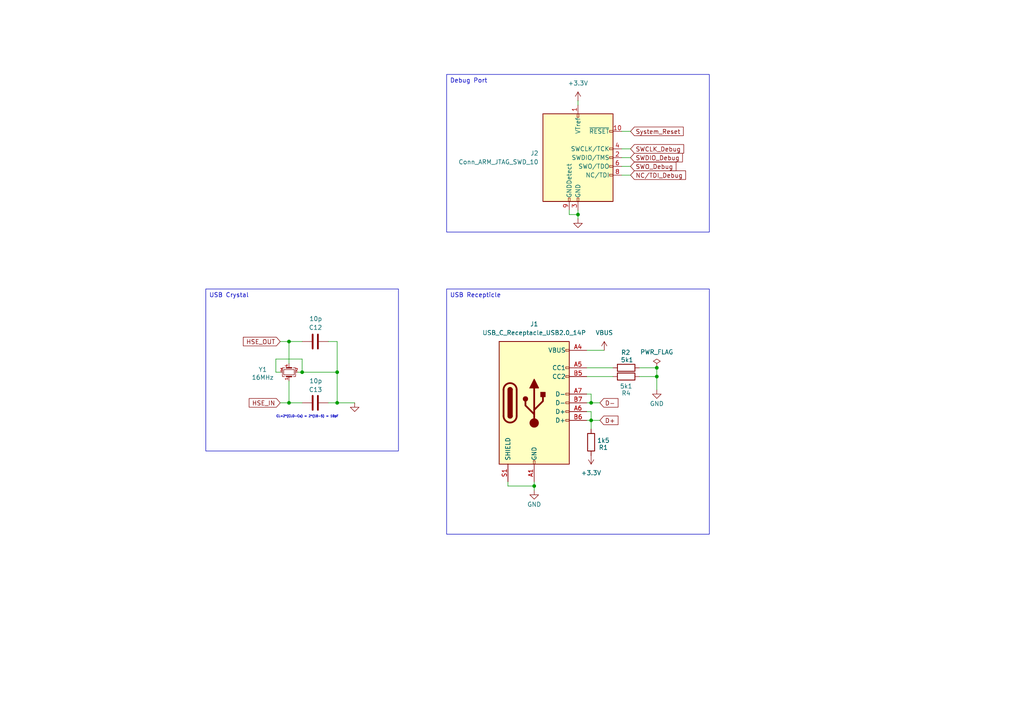
<source format=kicad_sch>
(kicad_sch (version 20231120) (generator "eeschema") (generator_version "8.0")
  (paper "A4")
  (lib_symbols
    (symbol "Connector:Conn_ARM_JTAG_SWD_10" (pin_names (offset 1.016))
      (property "Reference" "J" (at -2.54 16.51 0))
      (property "Value" "Conn_ARM_JTAG_SWD_10" (at -2.54 13.97 0))
      (symbol "Conn_ARM_JTAG_SWD_10_0_1"
        (rectangle (start -10.16 12.7) (end 10.16 -12.7) (stroke (width 0.254)) (fill (type background)))
        (rectangle (start -2.794 -12.7) (end -2.286 -11.684))
        (rectangle (start -0.254 -12.7) (end 0.254 -11.684))
        (rectangle (start -0.254 12.7) (end 0.254 11.684))
        (rectangle (start 9.144 2.286) (end 10.16 2.794))
        (rectangle (start 10.16 -2.794) (end 9.144 -2.286))
        (rectangle (start 10.16 -0.254) (end 9.144 0.254))
        (rectangle (start 10.16 7.874) (end 9.144 7.366))
      )
      (symbol "Conn_ARM_JTAG_SWD_10_1_1"
        (rectangle (start 9.144 -5.334) (end 10.16 -4.826))
        (pin power_in line (at 0 15.24 270) (length 2.54) (name "VTref") (number "1"))
        (pin open_collector line (at 12.7 7.62 180) (length 2.54) (name "~{RESET}") (number "10"))
        (pin bidirectional line (at 12.7 0 180) (length 2.54) (name "SWDIO/TMS") (number "2"))
        (pin power_in line (at 0 -15.24 90) (length 2.54) (name "GND") (number "3"))
        (pin output line (at 12.7 2.54 180) (length 2.54) (name "SWCLK/TCK") (number "4"))
        (pin passive line (at 0 -15.24 90) (length 2.54) hide (name "GND") (number "5"))
        (pin input line (at 12.7 -2.54 180) (length 2.54) (name "SWO/TDO") (number "6"))
        (pin no_connect line (at -10.16 0 0) (length 2.54) hide (name "KEY") (number "7"))
        (pin output line (at 12.7 -5.08 180) (length 2.54) (name "NC/TDI") (number "8"))
        (pin passive line (at -2.54 -15.24 90) (length 2.54) (name "GNDDetect") (number "9"))
      )
    )
    (symbol "Connector:USB_C_Receptacle_USB2.0_14P" (pin_names (offset 1.016))
      (property "Reference" "J" (at 0 22.225 0))
      (property "Value" "USB_C_Receptacle_USB2.0_14P" (at 0 19.685 0))
      (symbol "USB_C_Receptacle_USB2.0_14P_0_0"
        (rectangle (start -0.254 -17.78) (end 0.254 -16.764))
        (rectangle (start 10.16 -4.826) (end 9.144 -5.334))
        (rectangle (start 10.16 -2.286) (end 9.144 -2.794))
        (rectangle (start 10.16 0.254) (end 9.144 -0.254))
        (rectangle (start 10.16 2.794) (end 9.144 2.286))
        (rectangle (start 10.16 7.874) (end 9.144 7.366))
        (rectangle (start 10.16 10.414) (end 9.144 9.906))
        (rectangle (start 10.16 15.494) (end 9.144 14.986))
      )
      (symbol "USB_C_Receptacle_USB2.0_14P_0_1"
        (rectangle (start -10.16 17.78) (end 10.16 -17.78) (stroke (width 0.254)) (fill (type background)))
        (arc (start -8.89 -3.81) (mid -6.985 -5.7067) (end -5.08 -3.81) (stroke (width 0.508)))
        (arc (start -7.62 -3.81) (mid -6.985 -4.4423) (end -6.35 -3.81) (stroke (width 0.254)))
        (arc (start -7.62 -3.81) (mid -6.985 -4.4423) (end -6.35 -3.81) (stroke (width 0.254)) (fill (type outline)))
        (rectangle (start -7.62 -3.81) (end -6.35 3.81) (stroke (width 0.254)) (fill (type outline)))
        (arc (start -6.35 3.81) (mid -6.985 4.4423) (end -7.62 3.81) (stroke (width 0.254)))
        (arc (start -6.35 3.81) (mid -6.985 4.4423) (end -7.62 3.81) (stroke (width 0.254)) (fill (type outline)))
        (arc (start -5.08 3.81) (mid -6.985 5.7067) (end -8.89 3.81) (stroke (width 0.508)))
        (circle (center -2.54 1.143) (radius 0.635) (stroke (width 0.254)) (fill (type outline)))
        (circle (center 0 -5.842) (radius 1.27) (fill (type outline)))
        (polyline (pts (xy -8.89 -3.81) (xy -8.89 3.81)) (stroke (width 0.508)))
        (polyline (pts (xy -5.08 3.81) (xy -5.08 -3.81)) (stroke (width 0.508)))
        (polyline (pts (xy 0 -5.842) (xy 0 4.318)) (stroke (width 0.508)))
        (polyline (pts (xy 0 -3.302) (xy -2.54 -0.762) (xy -2.54 0.508)) (stroke (width 0.508)))
        (polyline (pts (xy 0 -2.032) (xy 2.54 0.508) (xy 2.54 1.778)) (stroke (width 0.508)))
        (polyline (pts (xy -1.27 4.318) (xy 0 6.858) (xy 1.27 4.318) (xy -1.27 4.318)) (stroke (width 0.254)) (fill (type outline)))
        (rectangle (start 1.905 1.778) (end 3.175 3.048) (stroke (width 0.254)) (fill (type outline)))
      )
      (symbol "USB_C_Receptacle_USB2.0_14P_1_1"
        (pin passive line (at 0 -22.86 90) (length 5.08) (name "GND") (number "A1"))
        (pin passive line (at 0 -22.86 90) (length 5.08) hide (name "GND") (number "A12"))
        (pin passive line (at 15.24 15.24 180) (length 5.08) (name "VBUS") (number "A4"))
        (pin bidirectional line (at 15.24 10.16 180) (length 5.08) (name "CC1") (number "A5"))
        (pin bidirectional line (at 15.24 -2.54 180) (length 5.08) (name "D+") (number "A6"))
        (pin bidirectional line (at 15.24 2.54 180) (length 5.08) (name "D-") (number "A7"))
        (pin passive line (at 15.24 15.24 180) (length 5.08) hide (name "VBUS") (number "A9"))
        (pin passive line (at 0 -22.86 90) (length 5.08) hide (name "GND") (number "B1"))
        (pin passive line (at 0 -22.86 90) (length 5.08) hide (name "GND") (number "B12"))
        (pin passive line (at 15.24 15.24 180) (length 5.08) hide (name "VBUS") (number "B4"))
        (pin bidirectional line (at 15.24 7.62 180) (length 5.08) (name "CC2") (number "B5"))
        (pin bidirectional line (at 15.24 -5.08 180) (length 5.08) (name "D+") (number "B6"))
        (pin bidirectional line (at 15.24 0 180) (length 5.08) (name "D-") (number "B7"))
        (pin passive line (at 15.24 15.24 180) (length 5.08) hide (name "VBUS") (number "B9"))
        (pin passive line (at -7.62 -22.86 90) (length 5.08) (name "SHIELD") (number "S1"))
      )
    )
    (symbol "Device:C" (pin_numbers hide) (pin_names (offset 0.254))
      (property "Reference" "C" (at 0.635 2.54 0))
      (property "Value" "C" (at 0.635 -2.54 0))
      (symbol "C_0_1"
        (polyline (pts (xy -2.032 -0.762) (xy 2.032 -0.762)) (stroke (width 0.508)))
        (polyline (pts (xy -2.032 0.762) (xy 2.032 0.762)) (stroke (width 0.508)))
      )
      (symbol "C_1_1"
        (pin passive line (at 0 3.81 270) (length 2.794) (name "~") (number "1"))
        (pin passive line (at 0 -3.81 90) (length 2.794) (name "~") (number "2"))
      )
    )
    (symbol "Device:Crystal_GND23_Small" (pin_names (offset 1.016) hide)
      (property "Reference" "Y" (at 1.27 4.445 0))
      (property "Value" "Crystal_GND23_Small" (at 1.27 2.54 0))
      (symbol "Crystal_GND23_Small_0_1"
        (rectangle (start -0.762 -1.524) (end 0.762 1.524))
        (polyline (pts (xy -1.27 -0.762) (xy -1.27 0.762)) (stroke (width 0.381)))
        (polyline (pts (xy 1.27 -0.762) (xy 1.27 0.762)) (stroke (width 0.381)))
        (polyline (pts (xy -1.27 -1.27) (xy -1.27 -1.905) (xy 1.27 -1.905) (xy 1.27 -1.27)))
        (polyline (pts (xy -1.27 1.27) (xy -1.27 1.905) (xy 1.27 1.905) (xy 1.27 1.27)))
      )
      (symbol "Crystal_GND23_Small_1_1"
        (pin passive line (at -2.54 0 0) (length 1.27) (name "1") (number "1"))
        (pin passive line (at 0 -2.54 90) (length 0.635) (name "2") (number "2"))
        (pin passive line (at 0 2.54 270) (length 0.635) (name "3") (number "3"))
        (pin passive line (at 2.54 0 180) (length 1.27) (name "4") (number "4"))
      )
    )
    (symbol "Device:R" (pin_numbers hide) (pin_names (offset 0))
      (property "Reference" "R" (at 2.032 0 90))
      (property "Value" "R" (at 0 0 90))
      (symbol "R_0_1"
        (rectangle (start -1.016 -2.54) (end 1.016 2.54) (stroke (width 0.254)))
      )
      (symbol "R_1_1"
        (pin passive line (at 0 3.81 270) (length 1.27) (name "~") (number "1"))
        (pin passive line (at 0 -3.81 90) (length 1.27) (name "~") (number "2"))
      )
    )
    (symbol "power:+3.3V" (power) (pin_numbers hide) (pin_names (offset 0) hide)
      (property "Value" "+3.3V" (at 0 3.556 0))
      (symbol "+3.3V_0_1"
        (polyline (pts (xy -0.762 1.27) (xy 0 2.54)))
        (polyline (pts (xy 0 0) (xy 0 2.54)))
        (polyline (pts (xy 0 2.54) (xy 0.762 1.27)))
      )
      (symbol "+3.3V_1_1"
        (pin power_in line (at 0 0 90) (length 0) (name "~") (number "1"))
      )
    )
    (symbol "power:GND" (power) (pin_numbers hide) (pin_names (offset 0) hide)
      (property "Value" "GND" (at 0 -3.81 0))
      (symbol "GND_0_1"
        (polyline (pts (xy 0 0) (xy 0 -1.27) (xy 1.27 -1.27) (xy 0 -2.54) (xy -1.27 -1.27) (xy 0 -1.27)))
      )
      (symbol "GND_1_1"
        (pin power_in line (at 0 0 270) (length 0) (name "~") (number "1"))
      )
    )
    (symbol "power:PWR_FLAG" (power) (pin_numbers hide) (pin_names (offset 0) hide)
      (property "Value" "PWR_FLAG" (at 0 3.81 0))
      (symbol "PWR_FLAG_0_0"
        (pin power_out line (at 0 0 90) (length 0) (name "~") (number "1"))
      )
      (symbol "PWR_FLAG_0_1"
        (polyline (pts (xy 0 0) (xy 0 1.27) (xy -1.016 1.905) (xy 0 2.54) (xy 1.016 1.905) (xy 0 1.27)))
      )
    )
    (symbol "power:VBUS" (power) (pin_numbers hide) (pin_names (offset 0) hide)
      (property "Value" "VBUS" (at 0 3.556 0))
      (symbol "VBUS_0_1"
        (polyline (pts (xy -0.762 1.27) (xy 0 2.54)))
        (polyline (pts (xy 0 0) (xy 0 2.54)))
        (polyline (pts (xy 0 2.54) (xy 0.762 1.27)))
      )
      (symbol "VBUS_1_1"
        (pin power_in line (at 0 0 90) (length 0) (name "~") (number "1"))
      )
    )
  )
  (junction (at 171.45 116.84))
  (junction (at 167.64 62.23))
  (junction (at 171.45 121.92))
  (junction (at 190.5 106.68))
  (junction (at 190.5 109.22))
  (junction (at 97.79 107.95))
  (junction (at 87.63 107.95))
  (junction (at 97.79 116.84))
  (junction (at 83.82 116.84))
  (junction (at 154.94 140.97))
  (junction (at 83.82 99.06))
  (wire (pts (xy 171.45 121.92) (xy 171.45 124.46)))
  (wire (pts (xy 97.79 99.06) (xy 97.79 107.95)))
  (wire (pts (xy 170.18 101.6) (xy 175.26 101.6)))
  (wire (pts (xy 147.32 139.7) (xy 147.32 140.97)))
  (wire (pts (xy 170.18 116.84) (xy 171.45 116.84)))
  (wire (pts (xy 165.1 62.23) (xy 167.64 62.23)))
  (wire (pts (xy 167.64 62.23) (xy 167.64 63.5)))
  (wire (pts (xy 95.25 99.06) (xy 97.79 99.06)))
  (wire (pts (xy 80.01 104.14) (xy 87.63 104.14)))
  (wire (pts (xy 81.28 99.06) (xy 83.82 99.06)))
  (wire (pts (xy 171.45 119.38) (xy 171.45 121.92)))
  (wire (pts (xy 171.45 121.92) (xy 173.99 121.92)))
  (wire (pts (xy 180.34 45.72) (xy 182.88 45.72)))
  (wire (pts (xy 170.18 114.3) (xy 171.45 114.3)))
  (wire (pts (xy 185.42 109.22) (xy 190.5 109.22)))
  (wire (pts (xy 180.34 50.8) (xy 182.88 50.8)))
  (wire (pts (xy 86.36 107.95) (xy 87.63 107.95)))
  (wire (pts (xy 154.94 140.97) (xy 154.94 142.24)))
  (wire (pts (xy 83.82 105.41) (xy 83.82 99.06)))
  (wire (pts (xy 83.82 116.84) (xy 83.82 110.49)))
  (wire (pts (xy 97.79 116.84) (xy 102.87 116.84)))
  (wire (pts (xy 165.1 60.96) (xy 165.1 62.23)))
  (wire (pts (xy 81.28 107.95) (xy 80.01 107.95)))
  (wire (pts (xy 81.28 116.84) (xy 83.82 116.84)))
  (wire (pts (xy 97.79 116.84) (xy 95.25 116.84)))
  (wire (pts (xy 170.18 109.22) (xy 177.8 109.22)))
  (wire (pts (xy 171.45 116.84) (xy 173.99 116.84)))
  (wire (pts (xy 180.34 43.18) (xy 182.88 43.18)))
  (wire (pts (xy 171.45 116.84) (xy 171.45 114.3)))
  (wire (pts (xy 190.5 109.22) (xy 190.5 113.03)))
  (wire (pts (xy 180.34 38.1) (xy 182.88 38.1)))
  (wire (pts (xy 83.82 116.84) (xy 87.63 116.84)))
  (wire (pts (xy 87.63 104.14) (xy 87.63 107.95)))
  (wire (pts (xy 170.18 119.38) (xy 171.45 119.38)))
  (wire (pts (xy 83.82 99.06) (xy 87.63 99.06)))
  (wire (pts (xy 170.18 106.68) (xy 177.8 106.68)))
  (wire (pts (xy 167.64 60.96) (xy 167.64 62.23)))
  (wire (pts (xy 87.63 107.95) (xy 97.79 107.95)))
  (wire (pts (xy 147.32 140.97) (xy 154.94 140.97)))
  (wire (pts (xy 180.34 48.26) (xy 182.88 48.26)))
  (wire (pts (xy 97.79 107.95) (xy 97.79 116.84)))
  (wire (pts (xy 171.45 121.92) (xy 170.18 121.92)))
  (wire (pts (xy 80.01 107.95) (xy 80.01 104.14)))
  (wire (pts (xy 190.5 106.68) (xy 190.5 109.22)))
  (wire (pts (xy 167.64 29.21) (xy 167.64 30.48)))
  (wire (pts (xy 154.94 140.97) (xy 154.94 139.7)))
  (wire (pts (xy 185.42 106.68) (xy 190.5 106.68)))
  (text_box "USB Recepticle" (at 129.54 83.82 0) (size 76.2 71.12) (effects (font (size 1.27 1.27)) (justify left top)))
  (text_box "Debug Port" (at 129.54 21.59 0) (size 76.2 45.72) (effects (font (size 1.27 1.27)) (justify left top)))
  (text_box "USB Crystal" (at 59.69 83.82 0) (size 55.88 46.99) (effects (font (size 1.27 1.27)) (justify left top)))
  (text "CL=2*(CLO-Cs) = 2*(10-5) = 10pF" (at 89.154 120.904 0) (effects (font (size 0.635 0.635))))
  (global_label "System_Reset" (shape input) (at 182.88 38.1 0) (property "Intersheetrefs" "${INTERSHEET_REFS}" (effects (hide yes))))
  (global_label "D+" (shape input) (at 173.99 121.92 0) (property "Intersheetrefs" "${INTERSHEET_REFS}" (effects (hide yes))))
  (global_label "SWO_Debug" (shape input) (at 182.88 48.26 0) (property "Intersheetrefs" "${INTERSHEET_REFS}" (effects (hide yes))))
  (global_label "NC{slash}TDI_Debug" (shape input) (at 182.88 50.8 0) (property "Intersheetrefs" "${INTERSHEET_REFS}" (effects (hide yes))))
  (global_label "HSE_IN" (shape input) (at 81.28 116.84 180) (property "Intersheetrefs" "${INTERSHEET_REFS}" (effects (hide yes))))
  (global_label "SWCLK_Debug" (shape input) (at 182.88 43.18 0) (property "Intersheetrefs" "${INTERSHEET_REFS}" (effects (hide yes))))
  (global_label "SWDIO_Debug" (shape input) (at 182.88 45.72 0) (property "Intersheetrefs" "${INTERSHEET_REFS}" (effects (hide yes))))
  (global_label "HSE_OUT" (shape input) (at 81.28 99.06 180) (property "Intersheetrefs" "${INTERSHEET_REFS}" (effects (hide yes))))
  (global_label "D-" (shape input) (at 173.99 116.84 0) (property "Intersheetrefs" "${INTERSHEET_REFS}" (effects (hide yes))))
  (symbol (lib_id "power:GND") (at 102.87 116.84 0) (unit 1)
    (property "Reference" "#PWR02" (effects (hide yes)))
    (property "Value" "GND" (effects (hide yes)))
    (property "Description" "Power symbol creates a global label with name \"GND\" , ground" (effects (hide yes)))
  )
  (symbol (lib_id "Device:C") (at 91.44 116.84 90) (unit 1)
    (property "Reference" "C13" (at 93.472 113.03 90) (effects (justify left)))
    (property "Value" "10p" (at 93.472 110.49 90) (effects (justify left)))
    (property "Footprint" "Capacitor_SMD:C_0402_1005Metric" (effects (hide yes)))
    (property "Description" "Unpolarized capacitor" (effects (hide yes)))
  )
  (symbol (lib_id "Device:R") (at 181.61 109.22 90) (mirror x) (unit 1)
    (property "Reference" "R4" (at 181.61 114.046 90))
    (property "Value" "5k1" (at 181.61 112.014 90))
    (property "Footprint" "Resistor_SMD:R_0402_1005Metric" (effects (hide yes)))
    (property "Description" "Resistor" (effects (hide yes)))
  )
  (symbol (lib_id "power:GND") (at 190.5 113.03 0) (unit 1)
    (property "Reference" "#PWR036" (effects (hide yes)))
    (property "Value" "GND" (at 190.5 117.094 0))
    (property "Description" "Power symbol creates a global label with name \"GND\" , ground" (effects (hide yes)))
  )
  (symbol (lib_id "power:+3.3V") (at 167.64 29.21 0) (unit 1)
    (property "Reference" "#PWR07" (effects (hide yes)))
    (property "Value" "+3.3V" (at 167.64 24.13 0))
    (property "Description" "Power symbol creates a global label with name \"+3.3V\"" (effects (hide yes)))
  )
  (symbol (lib_id "power:+3.3V") (at 171.45 132.08 180) (unit 1)
    (property "Reference" "#PWR023" (effects (hide yes)))
    (property "Value" "+3.3V" (at 171.45 137.16 0))
    (property "Description" "Power symbol creates a global label with name \"+3.3V\"" (effects (hide yes)))
  )
  (symbol (lib_id "Connector:USB_C_Receptacle_USB2.0_14P") (at 154.94 116.84 0) (unit 1)
    (property "Reference" "J1" (at 154.94 93.98 0))
    (property "Value" "USB_C_Receptacle_USB2.0_14P" (at 154.94 96.52 0))
    (property "Datasheet" "https://www.usb.org/sites/default/files/documents/usb_type-c.zip" (effects (hide yes)))
    (property "Description" "USB 2.0-only 14P Type-C Receptacle connector" (effects (hide yes)))
  )
  (symbol (lib_id "Connector:Conn_ARM_JTAG_SWD_10") (at 167.64 45.72 0) (unit 1)
    (property "Reference" "J2" (at 156.21 44.4499 0) (effects (justify right)))
    (property "Value" "Conn_ARM_JTAG_SWD_10" (at 156.21 46.9899 0) (effects (justify right)))
    (property "Datasheet" "http://infocenter.arm.com/help/topic/com.arm.doc.ddi0314h/DDI0314H_coresight_components_trm.pdf" (effects (hide yes)))
    (property "Description" "Cortex Debug Connector, standard ARM Cortex-M SWD and JTAG interface" (effects (hide yes)))
  )
  (symbol (lib_id "power:GND") (at 154.94 142.24 0) (unit 1)
    (property "Reference" "#PWR03" (effects (hide yes)))
    (property "Value" "GND" (at 154.94 146.304 0))
    (property "Description" "Power symbol creates a global label with name \"GND\" , ground" (effects (hide yes)))
  )
  (symbol (lib_id "Device:R") (at 171.45 128.27 0) (mirror y) (unit 1)
    (property "Reference" "R1" (at 175.006 129.794 0))
    (property "Value" "1k5" (at 175.006 127.762 0))
    (property "Footprint" "Resistor_SMD:R_0402_1005Metric" (effects (hide yes)))
    (property "Description" "Resistor" (effects (hide yes)))
  )
  (symbol (lib_id "Device:C") (at 91.44 99.06 90) (unit 1)
    (property "Reference" "C12" (at 93.472 94.996 90) (effects (justify left)))
    (property "Value" "10p" (at 93.472 92.456 90) (effects (justify left)))
    (property "Footprint" "Capacitor_SMD:C_0402_1005Metric" (effects (hide yes)))
    (property "Description" "Unpolarized capacitor" (effects (hide yes)))
  )
  (symbol (lib_id "power:PWR_FLAG") (at 190.5 106.68 0) (unit 1)
    (property "Reference" "#FLG01" (effects (hide yes)))
    (property "Value" "PWR_FLAG" (at 190.5 102.108 0))
    (property "Description" "Special symbol for telling ERC where power comes from" (effects (hide yes)))
  )
  (symbol (lib_id "Device:R") (at 181.61 106.68 270) (mirror x) (unit 1)
    (property "Reference" "R2" (at 181.483 102.235 90))
    (property "Value" "5k1" (at 181.864 104.394 90))
    (property "Footprint" "Resistor_SMD:R_0402_1005Metric" (effects (hide yes)))
    (property "Description" "Resistor" (effects (hide yes)))
  )
  (symbol (lib_id "Device:Crystal_GND23_Small") (at 83.82 107.95 90) (unit 1)
    (property "Reference" "Y1" (at 76.2 107.188 90))
    (property "Value" "16MHz" (at 76.2 109.474 90))
    (property "Footprint" "Crystal:Crystal_SMD_3225-4Pin_3.2x2.5mm" (effects (hide yes)))
    (property "Description" "Four pin crystal, GND on pins 2 and 3, small symbol" (effects (hide yes)))
  )
  (symbol (lib_id "power:GND") (at 167.64 63.5 0) (unit 1)
    (property "Reference" "#PWR022" (effects (hide yes)))
    (property "Value" "GND" (effects (hide yes)))
    (property "Description" "Power symbol creates a global label with name \"GND\" , ground" (effects (hide yes)))
  )
  (symbol (lib_id "power:VBUS") (at 175.26 101.6 0) (unit 1)
    (property "Reference" "#PWR024" (effects (hide yes)))
    (property "Value" "VBUS" (at 175.26 96.52 0))
    (property "Description" "Power symbol creates a global label with name \"VBUS\"" (effects (hide yes)))
  )
)
</source>
